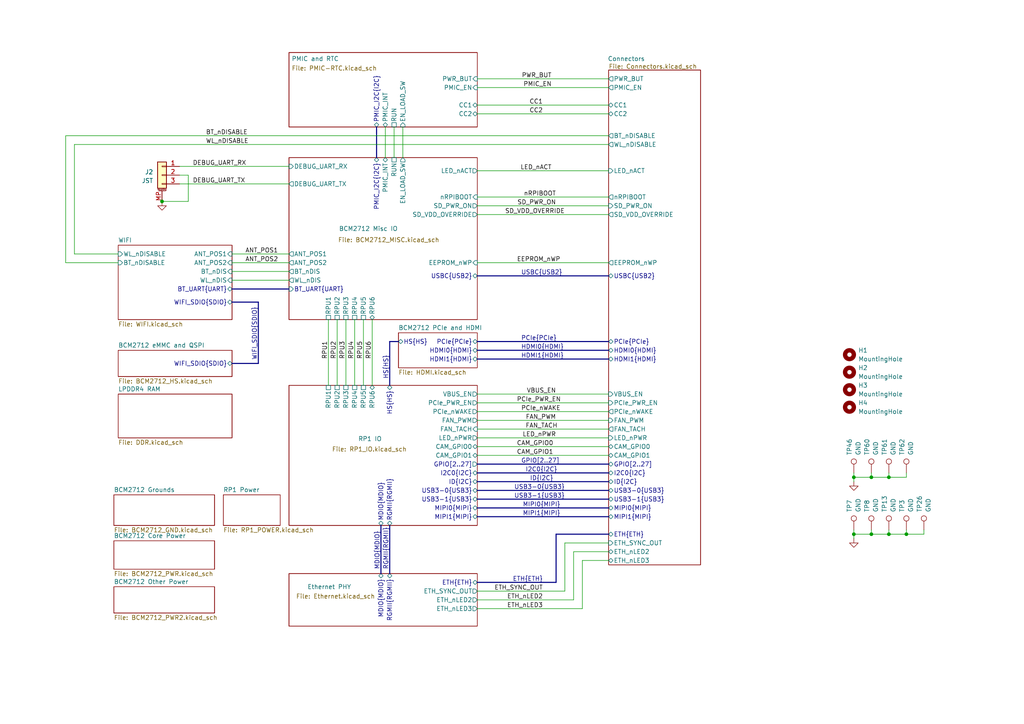
<source format=kicad_sch>
(kicad_sch (version 20250114) (generator "eeschema") (generator_version "9.0")
  (paper "A4")
  (title_block (title "RPi CM5 Top Level") (rev "1") (comment 2 "Guaranteed to be inaccurate") (comment 3 "License: CC BY-SA 4.0 (https://creativecommons.org/licenses/by-sa/4.0/)") (comment 4 "Reverse engineered by Tube Time"))
  (lib_symbols
    (symbol "Connector:TestPoint" (pin_numbers (hide yes)) (pin_names (offset 0.762) (hide yes))
      (property "Reference" "TP" (at 0 6.858 0))
      (property "Value" "TestPoint" (at 0 5.08 0))
      (symbol "TestPoint_0_1"
        (circle (center 0 3.302) (radius 0.762))
      )
      (symbol "TestPoint_1_1"
        (pin passive line (at 0 0 90) (length 2.54) (name "1") (number "1"))
      )
    )
    (symbol "Connector_Generic_MountingPin:Conn_01x03_MountingPin" (pin_names (offset 1.016) (hide yes))
      (property "Reference" "J" (at 0 5.08 0))
      (property "Value" "Conn_01x03_MountingPin" (at 1.27 -5.08 0))
      (symbol "Conn_01x03_MountingPin_1_1"
        (rectangle (start -1.27 3.81) (end 1.27 -3.81) (stroke (width 0.254)) (fill (type background)))
        (rectangle (start -1.27 2.667) (end 0 2.413) (stroke (width 0.1524)))
        (rectangle (start -1.27 0.127) (end 0 -0.127) (stroke (width 0.1524)))
        (rectangle (start -1.27 -2.413) (end 0 -2.667) (stroke (width 0.1524)))
        (polyline (pts (xy -1.016 -4.572) (xy 1.016 -4.572)) (stroke (width 0.1524)))
        (text "Mounting" (at 0 -4.191 0) (effects (font (size 0.381 0.381))))
        (pin passive line (at -5.08 2.54 0) (length 3.81) (name "Pin_1") (number "1"))
        (pin passive line (at -5.08 0 0) (length 3.81) (name "Pin_2") (number "2"))
        (pin passive line (at -5.08 -2.54 0) (length 3.81) (name "Pin_3") (number "3"))
        (pin passive line (at 0 -7.62 90) (length 3.048) (name "MountPin") (number "MP"))
      )
    )
    (symbol "Mechanical:MountingHole" (pin_names (offset 1.016)) (in_bom no)
      (property "Reference" "H" (at 0 5.08 0))
      (property "Value" "MountingHole" (at 0 3.175 0))
      (symbol "MountingHole_0_1"
        (circle (center 0 0) (radius 1.27) (stroke (width 1.27)))
      )
    )
    (symbol "power:GND" (power) (pin_numbers (hide yes)) (pin_names (offset 0) (hide yes))
      (property "Value" "GND" (at 0 -3.81 0))
      (symbol "GND_0_1"
        (polyline (pts (xy 0 0) (xy 0 -1.27) (xy 1.27 -1.27) (xy 0 -2.54) (xy -1.27 -1.27) (xy 0 -1.27)))
      )
      (symbol "GND_1_1"
        (pin power_in line (at 0 0 270) (length 0) (name "~") (number "1"))
      )
    )
  )
  (bus_alias "ETH" (members "0_P" "0_N" "1_P" "1_N" "2_P" "2_N" "3_P" "3_N"))
  (bus_alias "I2C" (members "SDA" "SCL"))
  (bus_alias "MIPI" (members "C_P" "C_N" "D0_P" "D0_N" "D1_P" "D1_N" "D2_P" "D2_N" "D3_P" "D3_N"))
  (bus_alias "USB2" (members "DP" "DM" "OTG_ID"))
  (junction (at 252.73 154.94))
  (junction (at 247.65 138.43))
  (junction (at 257.81 154.94))
  (junction (at 262.89 154.94))
  (junction (at 257.81 138.43))
  (junction (at 46.99 58.42))
  (junction (at 247.65 154.94))
  (junction (at 252.73 138.43))
  (wire (pts (xy 54.61 58.42) (xy 46.99 58.42)))
  (wire (pts (xy 138.43 176.53) (xy 168.91 176.53)))
  (wire (pts (xy 267.97 154.94) (xy 267.97 153.67)))
  (wire (pts (xy 138.43 49.53) (xy 176.53 49.53)))
  (wire (pts (xy 19.05 39.37) (xy 19.05 76.2)))
  (bus (pts (xy 74.93 105.41) (xy 67.31 105.41)))
  (wire (pts (xy 262.89 138.43) (xy 262.89 137.16)))
  (wire (pts (xy 19.05 76.2) (xy 34.29 76.2)))
  (wire (pts (xy 166.37 160.02) (xy 166.37 173.99)))
  (wire (pts (xy 247.65 154.94) (xy 247.65 156.21)))
  (bus (pts (xy 138.43 134.62) (xy 176.53 134.62)))
  (bus (pts (xy 138.43 149.86) (xy 176.53 149.86)))
  (wire (pts (xy 168.91 162.56) (xy 168.91 176.53)))
  (wire (pts (xy 95.25 92.71) (xy 95.25 111.76)))
  (bus (pts (xy 138.43 104.14) (xy 176.53 104.14)))
  (wire (pts (xy 138.43 33.02) (xy 176.53 33.02)))
  (wire (pts (xy 97.79 92.71) (xy 97.79 111.76)))
  (bus (pts (xy 74.93 87.63) (xy 74.93 105.41)))
  (wire (pts (xy 67.31 81.28) (xy 83.82 81.28)))
  (wire (pts (xy 176.53 157.48) (xy 163.83 157.48)))
  (bus (pts (xy 110.49 152.4) (xy 110.49 166.37)))
  (bus (pts (xy 113.03 152.4) (xy 113.03 166.37)))
  (wire (pts (xy 54.61 50.8) (xy 54.61 58.42)))
  (wire (pts (xy 138.43 22.86) (xy 176.53 22.86)))
  (wire (pts (xy 138.43 127) (xy 176.53 127)))
  (bus (pts (xy 138.43 137.16) (xy 176.53 137.16)))
  (wire (pts (xy 138.43 132.08) (xy 176.53 132.08)))
  (wire (pts (xy 176.53 39.37) (xy 19.05 39.37)))
  (wire (pts (xy 138.43 25.4) (xy 176.53 25.4)))
  (wire (pts (xy 52.07 53.34) (xy 83.82 53.34)))
  (wire (pts (xy 138.43 114.3) (xy 176.53 114.3)))
  (wire (pts (xy 247.65 138.43) (xy 247.65 139.7)))
  (bus (pts (xy 138.43 147.32) (xy 176.53 147.32)))
  (bus (pts (xy 113.03 99.06) (xy 115.57 99.06)))
  (wire (pts (xy 100.33 92.71) (xy 100.33 111.76)))
  (wire (pts (xy 34.29 73.66) (xy 21.59 73.66)))
  (wire (pts (xy 252.73 138.43) (xy 252.73 137.16)))
  (bus (pts (xy 138.43 139.7) (xy 176.53 139.7)))
  (wire (pts (xy 252.73 154.94) (xy 247.65 154.94)))
  (wire (pts (xy 262.89 154.94) (xy 262.89 153.67)))
  (wire (pts (xy 52.07 48.26) (xy 83.82 48.26)))
  (bus (pts (xy 113.03 99.06) (xy 113.03 111.76)))
  (wire (pts (xy 176.53 41.91) (xy 21.59 41.91)))
  (wire (pts (xy 252.73 154.94) (xy 252.73 153.67)))
  (bus (pts (xy 67.31 87.63) (xy 74.93 87.63)))
  (bus (pts (xy 138.43 99.06) (xy 176.53 99.06)))
  (wire (pts (xy 176.53 162.56) (xy 168.91 162.56)))
  (wire (pts (xy 257.81 138.43) (xy 252.73 138.43)))
  (bus (pts (xy 138.43 144.78) (xy 176.53 144.78)))
  (bus (pts (xy 138.43 168.91) (xy 161.29 168.91)))
  (wire (pts (xy 138.43 129.54) (xy 176.53 129.54)))
  (wire (pts (xy 176.53 160.02) (xy 166.37 160.02)))
  (wire (pts (xy 138.43 59.69) (xy 176.53 59.69)))
  (wire (pts (xy 247.65 138.43) (xy 247.65 137.16)))
  (wire (pts (xy 138.43 57.15) (xy 176.53 57.15)))
  (wire (pts (xy 83.82 73.66) (xy 67.31 73.66)))
  (wire (pts (xy 252.73 138.43) (xy 247.65 138.43)))
  (wire (pts (xy 21.59 41.91) (xy 21.59 73.66)))
  (bus (pts (xy 161.29 154.94) (xy 161.29 168.91)))
  (wire (pts (xy 107.95 92.71) (xy 107.95 111.76)))
  (wire (pts (xy 138.43 121.92) (xy 176.53 121.92)))
  (bus (pts (xy 109.22 36.83) (xy 109.22 45.72)))
  (wire (pts (xy 262.89 154.94) (xy 257.81 154.94)))
  (wire (pts (xy 257.81 138.43) (xy 257.81 137.16)))
  (bus (pts (xy 138.43 101.6) (xy 176.53 101.6)))
  (bus (pts (xy 138.43 142.24) (xy 176.53 142.24)))
  (bus (pts (xy 138.43 80.01) (xy 176.53 80.01)))
  (wire (pts (xy 67.31 78.74) (xy 83.82 78.74)))
  (bus (pts (xy 176.53 154.94) (xy 161.29 154.94)))
  (wire (pts (xy 138.43 30.48) (xy 176.53 30.48)))
  (wire (pts (xy 138.43 76.2) (xy 176.53 76.2)))
  (wire (pts (xy 138.43 171.45) (xy 163.83 171.45)))
  (wire (pts (xy 247.65 154.94) (xy 247.65 153.67)))
  (wire (pts (xy 111.76 36.83) (xy 111.76 45.72)))
  (wire (pts (xy 138.43 119.38) (xy 176.53 119.38)))
  (wire (pts (xy 138.43 173.99) (xy 166.37 173.99)))
  (wire (pts (xy 267.97 154.94) (xy 262.89 154.94)))
  (wire (pts (xy 262.89 138.43) (xy 257.81 138.43)))
  (wire (pts (xy 138.43 116.84) (xy 176.53 116.84)))
  (wire (pts (xy 105.41 92.71) (xy 105.41 111.76)))
  (wire (pts (xy 83.82 76.2) (xy 67.31 76.2)))
  (wire (pts (xy 163.83 157.48) (xy 163.83 171.45)))
  (wire (pts (xy 138.43 124.46) (xy 176.53 124.46)))
  (wire (pts (xy 138.43 62.23) (xy 176.53 62.23)))
  (wire (pts (xy 116.84 36.83) (xy 116.84 45.72)))
  (wire (pts (xy 102.87 92.71) (xy 102.87 111.76)))
  (wire (pts (xy 257.81 154.94) (xy 252.73 154.94)))
  (wire (pts (xy 52.07 50.8) (xy 54.61 50.8)))
  (wire (pts (xy 257.81 154.94) (xy 257.81 153.67)))
  (wire (pts (xy 114.3 36.83) (xy 114.3 45.72)))
  (bus (pts (xy 67.31 83.82) (xy 83.82 83.82)))
  (label "RPU2" (at 97.79 104.14 90))
  (label "USB3-0{USB3}" (at 163.83 142.24 180))
  (label "PCIe_nWAKE" (at 151.13 119.38 0))
  (label "PCIe_PWR_EN" (at 149.86 116.84 0))
  (label "I2C0{I2C}" (at 152.4 137.16 0))
  (label "FAN_PWM" (at 161.29 121.92 180))
  (label "MIPI0{MIPI}" (at 162.56 147.32 180))
  (label "MIPI1{MIPI}" (at 162.56 149.86 180))
  (label "HS{HS}" (at 113.03 102.87 270))
  (label "RPU6" (at 107.95 104.14 90))
  (label "PMIC_EN" (at 160.02 25.4 180))
  (label "LED_nPWR" (at 161.29 127 180))
  (label "FAN_TACH" (at 152.4 124.46 0))
  (label "nRPIBOOT" (at 161.29 57.15 180))
  (label "GPIO[2..27]" (at 151.13 134.62 0))
  (label "ETH_SYNC_OUT" (at 157.48 171.45 180))
  (label "CC2" (at 157.48 33.02 180))
  (label "DEBUG_UART_RX" (at 55.88 48.26 0))
  (label "EEPROM_nWP" (at 162.56 76.2 180))
  (label "CAM_GPIO0" (at 149.86 129.54 0))
  (label "CAM_GPIO1" (at 149.86 132.08 0))
  (label "WL_nDISABLE" (at 59.69 41.91 0))
  (label "ETH_nLED2" (at 157.48 173.99 180))
  (label "PWR_BUT" (at 160.02 22.86 180))
  (label "ANT_POS1" (at 71.12 73.66 0))
  (label "RPU5" (at 105.41 104.14 90))
  (label "USBC{USB2}" (at 151.13 80.01 0))
  (label "RPU1" (at 95.25 104.14 90))
  (label "SD_VDD_OVERRIDE" (at 163.83 62.23 180))
  (label "HDMI0{HDMI}" (at 151.13 101.6 0))
  (label "RPU4" (at 102.87 104.14 90))
  (label "RGMII{RGMII}" (at 113.03 165.1 90))
  (label "ETH{ETH}" (at 157.48 168.91 180))
  (label "ID{I2C}" (at 153.67 139.7 0))
  (label "USB3-1{USB3}" (at 163.83 144.78 180))
  (label "PCIe{PCIe}" (at 151.13 99.06 0))
  (label "RPU3" (at 100.33 104.14 90))
  (label "WIFI_SDIO{SDIO}" (at 74.93 88.9 270))
  (label "SD_PWR_ON" (at 161.29 59.69 180))
  (label "DEBUG_UART_TX" (at 55.88 53.34 0))
  (label "HDMI1{HDMI}" (at 151.13 104.14 0))
  (label "LED_nACT" (at 160.02 49.53 180))
  (label "VBUS_EN" (at 161.29 114.3 180))
  (label "MDIO{MDIO}" (at 110.49 165.1 90))
  (label "ETH_nLED3" (at 157.48 176.53 180))
  (label "CC1" (at 157.48 30.48 180))
  (label "BT_nDISABLE" (at 59.69 39.37 0))
  (label "ANT_POS2" (at 71.12 76.2 0))
  (symbol (lib_id "Mechanical:MountingHole") (at 246.38 118.11 0) (unit 1) (in_bom no)
    (property "Reference" "H4" (at 248.92 116.8399 0) (effects (justify left)))
    (property "Value" "MountingHole" (at 248.92 119.3799 0) (effects (justify left)))
    (property "Footprint" "Conn:CM5_MH" (effects (hide yes)))
    (property "Description" "Mounting Hole without connection" (effects (hide yes)))
  )
  (symbol (lib_id "power:GND") (at 247.65 139.7 0) (unit 1)
    (property "Reference" "#PWR09" (effects (hide yes)))
    (property "Value" "GND" (effects (hide yes)))
    (property "Description" "Power symbol creates a global label with name \"GND\" , ground" (effects (hide yes)))
  )
  (symbol (lib_id "Mechanical:MountingHole") (at 246.38 113.03 0) (unit 1) (in_bom no)
    (property "Reference" "H3" (at 248.92 111.7599 0) (effects (justify left)))
    (property "Value" "MountingHole" (at 248.92 114.2999 0) (effects (justify left)))
    (property "Footprint" "Conn:CM5_MH" (effects (hide yes)))
    (property "Description" "Mounting Hole without connection" (effects (hide yes)))
  )
  (symbol (lib_id "Connector:TestPoint") (at 257.81 137.16 0) (unit 1) (in_bom no)
    (property "Reference" "TP61" (at 256.5399 132.08 90) (effects (justify left)))
    (property "Value" "GND" (at 259.0799 132.08 90) (effects (justify left)))
    (property "Footprint" "TestPoint:TestPoint_Pad_D1.0mm" (effects (hide yes)))
  )
  (symbol (lib_id "Connector:TestPoint") (at 267.97 153.67 0) (unit 1) (in_bom no)
    (property "Reference" "TP26" (at 266.6999 148.59 90) (effects (justify left)))
    (property "Value" "GND" (at 269.2399 148.59 90) (effects (justify left)))
    (property "Footprint" "TestPoint:TestPoint_Pad_D1.0mm" (effects (hide yes)))
  )
  (symbol (lib_id "Mechanical:MountingHole") (at 246.38 107.95 0) (unit 1) (in_bom no)
    (property "Reference" "H2" (at 248.92 106.6799 0) (effects (justify left)))
    (property "Value" "MountingHole" (at 248.92 109.2199 0) (effects (justify left)))
    (property "Footprint" "Conn:CM5_MH" (effects (hide yes)))
    (property "Description" "Mounting Hole without connection" (effects (hide yes)))
  )
  (symbol (lib_id "Connector:TestPoint") (at 247.65 137.16 0) (unit 1) (in_bom no)
    (property "Reference" "TP46" (at 246.3799 132.08 90) (effects (justify left)))
    (property "Value" "GND" (at 248.9199 132.08 90) (effects (justify left)))
    (property "Footprint" "TestPoint:TestPoint_Pad_D1.0mm" (effects (hide yes)))
  )
  (symbol (lib_id "power:GND") (at 46.99 58.42 0) (mirror y) (unit 1)
    (property "Reference" "#PWR047" (effects (hide yes)))
    (property "Value" "GND" (effects (hide yes)))
    (property "Description" "Power symbol creates a global label with name \"GND\" , ground" (effects (hide yes)))
  )
  (symbol (lib_id "Connector:TestPoint") (at 252.73 137.16 0) (unit 1) (in_bom no)
    (property "Reference" "TP60" (at 251.4599 132.08 90) (effects (justify left)))
    (property "Value" "GND" (at 253.9999 132.08 90) (effects (justify left)))
    (property "Footprint" "TestPoint:TestPoint_Pad_D1.0mm" (effects (hide yes)))
  )
  (symbol (lib_id "Connector:TestPoint") (at 262.89 137.16 0) (unit 1) (in_bom no)
    (property "Reference" "TP62" (at 261.6199 132.08 90) (effects (justify left)))
    (property "Value" "GND" (at 264.1599 132.08 90) (effects (justify left)))
    (property "Footprint" "TestPoint:TestPoint_Pad_D1.0mm" (effects (hide yes)))
  )
  (symbol (lib_id "Connector:TestPoint") (at 257.81 153.67 0) (unit 1) (in_bom no)
    (property "Reference" "TP13" (at 256.5399 148.59 90) (effects (justify left)))
    (property "Value" "GND" (at 259.0799 148.59 90) (effects (justify left)))
    (property "Footprint" "TestPoint:TestPoint_Pad_D1.0mm" (effects (hide yes)))
  )
  (symbol (lib_id "Connector_Generic_MountingPin:Conn_01x03_MountingPin") (at 46.99 50.8 0) (mirror y) (unit 1)
    (property "Reference" "J2" (at 44.45 49.8855 0) (effects (justify left)))
    (property "Value" "JST" (at 44.45 52.4255 0) (effects (justify left)))
    (property "Footprint" "Connector_JST:JST_SH_BM03B-SRSS-TB_1x03-1MP_P1.00mm_Vertical" (effects (hide yes)))
    (property "Description" "Generic connectable mounting pin connector, single row, 01x03, script generated (kicad-library-utils/schlib/autogen/connector/)" (effects (hide yes)))
  )
  (symbol (lib_id "power:GND") (at 247.65 156.21 0) (unit 1)
    (property "Reference" "#PWR07" (effects (hide yes)))
    (property "Value" "GND" (effects (hide yes)))
    (property "Description" "Power symbol creates a global label with name \"GND\" , ground" (effects (hide yes)))
  )
  (symbol (lib_id "Connector:TestPoint") (at 262.89 153.67 0) (unit 1) (in_bom no)
    (property "Reference" "TP3" (at 261.6199 148.59 90) (effects (justify left)))
    (property "Value" "GND" (at 264.1599 148.59 90) (effects (justify left)))
    (property "Footprint" "TestPoint:TestPoint_Pad_D1.0mm" (effects (hide yes)))
  )
  (symbol (lib_id "Connector:TestPoint") (at 252.73 153.67 0) (unit 1) (in_bom no)
    (property "Reference" "TP8" (at 251.4599 148.59 90) (effects (justify left)))
    (property "Value" "GND" (at 253.9999 148.59 90) (effects (justify left)))
    (property "Footprint" "TestPoint:TestPoint_Pad_D1.0mm" (effects (hide yes)))
  )
  (symbol (lib_id "Connector:TestPoint") (at 247.65 153.67 0) (unit 1) (in_bom no)
    (property "Reference" "TP7" (at 246.3799 148.59 90) (effects (justify left)))
    (property "Value" "GND" (at 248.9199 148.59 90) (effects (justify left)))
    (property "Footprint" "TestPoint:TestPoint_Pad_D1.0mm" (effects (hide yes)))
  )
  (symbol (lib_id "Mechanical:MountingHole") (at 246.38 102.87 0) (unit 1) (in_bom no)
    (property "Reference" "H1" (at 248.92 101.5999 0) (effects (justify left)))
    (property "Value" "MountingHole" (at 248.92 104.1399 0) (effects (justify left)))
    (property "Footprint" "Conn:CM5_MH" (effects (hide yes)))
    (property "Description" "Mounting Hole without connection" (effects (hide yes)))
  )
  (sheet (at 176.53 20.32) (size 26.67 143.51) (stroke (width 0.1524))
    (property "Sheetname" "Connectors" (at 176.276 17.78 0) (effects (justify left bottom)))
    (property "Sheetfile" "Connectors.kicad_sch" (at 176.53 18.542 0) (effects (justify left top)))
    (pin "BT_nDISABLE" output (at 176.53 39.37 180))
    (pin "CAM_GPIO0" bidirectional (at 176.53 129.54 180))
    (pin "CAM_GPIO1" bidirectional (at 176.53 132.08 180))
    (pin "CC1" bidirectional (at 176.53 30.48 180))
    (pin "CC2" bidirectional (at 176.53 33.02 180))
    (pin "EEPROM_nWP" output (at 176.53 76.2 180))
    (pin "ETH_nLED2" bidirectional (at 176.53 160.02 180))
    (pin "ETH_nLED3" bidirectional (at 176.53 162.56 180))
    (pin "ETH_SYNC_OUT" input (at 176.53 157.48 180))
    (pin "ETH{ETH}" bidirectional (at 176.53 154.94 180))
    (pin "FAN_PWM" input (at 176.53 121.92 180))
    (pin "FAN_TACH" output (at 176.53 124.46 180))
    (pin "GPIO[2..27]" bidirectional (at 176.53 134.62 180))
    (pin "HDMI0{HDMI}" bidirectional (at 176.53 101.6 180))
    (pin "HDMI1{HDMI}" bidirectional (at 176.53 104.14 180))
    (pin "LED_nACT" input (at 176.53 49.53 180))
    (pin "LED_nPWR" input (at 176.53 127 180))
    (pin "MIPI0{MIPI}" bidirectional (at 176.53 147.32 180))
    (pin "MIPI1{MIPI}" bidirectional (at 176.53 149.86 180))
    (pin "nRPIBOOT" output (at 176.53 57.15 180))
    (pin "PCIe_nWAKE" output (at 176.53 119.38 180))
    (pin "PCIe_PWR_EN" input (at 176.53 116.84 180))
    (pin "PCIe{PCIe}" bidirectional (at 176.53 99.06 180))
    (pin "PMIC_EN" output (at 176.53 25.4 180))
    (pin "PWR_BUT" output (at 176.53 22.86 180))
    (pin "SD_PWR_ON" input (at 176.53 59.69 180))
    (pin "SD_VDD_OVERRIDE" output (at 176.53 62.23 180))
    (pin "USB3-0{USB3}" bidirectional (at 176.53 142.24 180))
    (pin "USB3-1{USB3}" bidirectional (at 176.53 144.78 180))
    (pin "USBC{USB2}" bidirectional (at 176.53 80.01 180))
    (pin "VBUS_EN" input (at 176.53 114.3 180))
    (pin "WL_nDISABLE" output (at 176.53 41.91 180))
    (pin "I2C0{I2C}" bidirectional (at 176.53 137.16 180))
    (pin "ID{I2C}" bidirectional (at 176.53 139.7 180))
  )
  (sheet (at 83.82 15.24) (size 54.61 21.59) (stroke (width 0.1524))
    (property "Sheetname" "PMIC and RTC" (at 84.582 17.78 0) (effects (justify left bottom)))
    (property "Sheetfile" "PMIC-RTC.kicad_sch" (at 84.582 19.05 0) (effects (justify left top)))
    (pin "EN_LOAD_SW" input (at 116.84 36.83 270))
    (pin "PMIC_INT" bidirectional (at 111.76 36.83 270))
    (pin "PWR_BUT" input (at 138.43 22.86 0))
    (pin "PMIC_EN" input (at 138.43 25.4 0))
    (pin "RUN" passive (at 114.3 36.83 270))
    (pin "CC1" bidirectional (at 138.43 30.48 0))
    (pin "CC2" bidirectional (at 138.43 33.02 0))
    (pin "PMIC_I2C{I2C}" bidirectional (at 109.22 36.83 270))
  )
  (sheet (at 33.02 170.18) (size 29.21 7.62) (stroke (width 0.1524))
    (property "Sheetname" "BCM2712 Other Power" (at 33.02 169.4684 0) (effects (justify left bottom)))
    (property "Sheetfile" "BCM2712_PWR2.kicad_sch" (at 33.02 178.3846 0) (effects (justify left top)))
  )
  (sheet (at 34.29 101.6) (size 33.02 7.62) (stroke (width 0.1524))
    (property "Sheetname" "BCM2712 eMMC and QSPI" (at 34.29 100.8884 0) (effects (justify left bottom)))
    (property "Sheetfile" "BCM2712_HS.kicad_sch" (at 34.29 109.8046 0) (effects (justify left top)))
    (pin "WIFI_SDIO{SDIO}" bidirectional (at 67.31 105.41 0))
  )
  (sheet (at 33.02 156.845) (size 29.21 8.255) (stroke (width 0.1524))
    (property "Sheetname" "BCM2712 Core Power" (at 33.02 156.1334 0) (effects (justify left bottom)))
    (property "Sheetfile" "BCM2712_PWR.kicad_sch" (at 33.02 165.6846 0) (effects (justify left top)))
  )
  (sheet (at 33.02 143.51) (size 29.21 8.89) (stroke (width 0.1524))
    (property "Sheetname" "BCM2712 Grounds" (at 33.02 142.7984 0) (effects (justify left bottom)))
    (property "Sheetfile" "BCM2712_GND.kicad_sch" (at 33.02 152.9846 0) (effects (justify left top)))
  )
  (sheet (at 64.77 143.51) (size 16.51 8.89) (stroke (width 0.1524))
    (property "Sheetname" "RP1 Power" (at 64.77 142.7984 0) (effects (justify left bottom)))
    (property "Sheetfile" "RP1_POWER.kicad_sch" (at 64.77 152.9846 0) (effects (justify left top)))
  )
  (sheet (at 83.82 166.37) (size 54.61 15.24) (stroke (width 0.1524))
    (property "Sheetname" "Ethernet PHY" (at 89.154 170.942 0) (effects (justify left bottom)))
    (property "Sheetfile" "Ethernet.kicad_sch" (at 85.852 172.212 0) (effects (justify left top)))
    (pin "ETH{ETH}" bidirectional (at 138.43 168.91 0))
    (pin "ETH_SYNC_OUT" output (at 138.43 171.45 0))
    (pin "ETH_nLED2" output (at 138.43 173.99 0))
    (pin "ETH_nLED3" output (at 138.43 176.53 0))
    (pin "MDIO{MDIO}" bidirectional (at 110.49 166.37 90))
    (pin "RGMII{RGMII}" bidirectional (at 113.03 166.37 90))
  )
  (sheet (at 34.29 71.12) (size 33.02 21.59) (stroke (width 0.1524))
    (property "Sheetname" "WIFI" (at 34.29 70.4084 0) (effects (justify left bottom)))
    (property "Sheetfile" "WIFI.kicad_sch" (at 34.29 93.2946 0) (effects (justify left top)))
    (pin "BT_nDISABLE" input (at 34.29 76.2 180))
    (pin "BT_nDIS" input (at 67.31 78.74 0))
    (pin "WL_nDIS" input (at 67.31 81.28 0))
    (pin "WL_nDISABLE" input (at 34.29 73.66 180))
    (pin "WIFI_SDIO{SDIO}" bidirectional (at 67.31 87.63 0))
    (pin "BT_UART{UART}" bidirectional (at 67.31 83.82 0))
    (pin "ANT_POS1" input (at 67.31 73.66 0))
    (pin "ANT_POS2" input (at 67.31 76.2 0))
  )
  (sheet (at 83.82 111.76) (size 54.61 40.64) (stroke (width 0.1524))
    (property "Sheetname" "RP1 IO" (at 103.886 128.016 0) (effects (justify left bottom)))
    (property "Sheetfile" "RP1_IO.kicad_sch" (at 96.266 129.54 0) (effects (justify left top)))
    (pin "LED_nPWR" output (at 138.43 127 0))
    (pin "HS{HS}" bidirectional (at 113.03 111.76 90))
    (pin "USB3-0{USB3}" bidirectional (at 138.43 142.24 0))
    (pin "USB3-1{USB3}" bidirectional (at 138.43 144.78 0))
    (pin "MIPI0{MIPI}" bidirectional (at 138.43 147.32 0))
    (pin "FAN_PWM" output (at 138.43 121.92 0))
    (pin "CAM_GPIO1" bidirectional (at 138.43 132.08 0))
    (pin "RPU6" bidirectional (at 107.95 111.76 90))
    (pin "GPIO[2..27]" output (at 138.43 134.62 0))
    (pin "MIPI1{MIPI}" bidirectional (at 138.43 149.86 0))
    (pin "PCIe_PWR_EN" output (at 138.43 116.84 0))
    (pin "RPU1" passive (at 95.25 111.76 90))
    (pin "RPU2" passive (at 97.79 111.76 90))
    (pin "RPU3" passive (at 100.33 111.76 90))
    (pin "RPU4" passive (at 102.87 111.76 90))
    (pin "FAN_TACH" input (at 138.43 124.46 0))
    (pin "RPU5" passive (at 105.41 111.76 90))
    (pin "CAM_GPIO0" bidirectional (at 138.43 129.54 0))
    (pin "VBUS_EN" output (at 138.43 114.3 0))
    (pin "PCIe_nWAKE" output (at 138.43 119.38 0))
    (pin "I2C0{I2C}" bidirectional (at 138.43 137.16 0))
    (pin "ID{I2C}" bidirectional (at 138.43 139.7 0))
    (pin "MDIO{MDIO}" bidirectional (at 110.49 152.4 270))
    (pin "RGMII{RGMII}" bidirectional (at 113.03 152.4 270))
  )
  (sheet (at 83.82 45.72) (size 54.61 46.99) (stroke (width 0.1524))
    (property "Sheetname" "BCM2712 Misc IO" (at 98.298 67.056 0) (effects (justify left bottom)))
    (property "Sheetfile" "BCM2712_MISC.kicad_sch" (at 98.044 68.834 0) (effects (justify left top)))
    (pin "EN_LOAD_SW" output (at 116.84 45.72 90))
    (pin "LED_nACT" output (at 138.43 49.53 0))
    (pin "PMIC_INT" bidirectional (at 111.76 45.72 90))
    (pin "nRPIBOOT" input (at 138.43 57.15 0))
    (pin "DEBUG_UART_RX" input (at 83.82 48.26 180))
    (pin "DEBUG_UART_TX" output (at 83.82 53.34 180))
    (pin "SD_PWR_ON" output (at 138.43 59.69 0))
    (pin "SD_VDD_OVERRIDE" output (at 138.43 62.23 0))
    (pin "BT_nDIS" output (at 83.82 78.74 180))
    (pin "WL_nDIS" output (at 83.82 81.28 180))
    (pin "BT_UART{UART}" input (at 83.82 83.82 180))
    (pin "RUN" passive (at 114.3 45.72 90))
    (pin "ANT_POS1" output (at 83.82 73.66 180))
    (pin "ANT_POS2" output (at 83.82 76.2 180))
    (pin "RPU6" bidirectional (at 107.95 92.71 270))
    (pin "RPU1" passive (at 95.25 92.71 270))
    (pin "RPU2" passive (at 97.79 92.71 270))
    (pin "RPU3" passive (at 100.33 92.71 270))
    (pin "RPU4" passive (at 102.87 92.71 270))
    (pin "RPU5" passive (at 105.41 92.71 270))
    (pin "EEPROM_nWP" input (at 138.43 76.2 0))
    (pin "PMIC_I2C{I2C}" bidirectional (at 109.22 45.72 90))
    (pin "USBC{USB2}" bidirectional (at 138.43 80.01 0))
  )
  (sheet (at 34.29 114.3) (size 33.02 12.7) (stroke (width 0.1524))
    (property "Sheetname" "LPDDR4 RAM" (at 34.29 113.5884 0) (effects (justify left bottom)))
    (property "Sheetfile" "DDR.kicad_sch" (at 34.29 127.5846 0) (effects (justify left top)))
  )
  (sheet (at 115.57 96.52) (size 22.86 10.16) (stroke (width 0.1524))
    (property "Sheetname" "BCM2712 PCIe and HDMI" (at 115.57 95.8084 0) (effects (justify left bottom)))
    (property "Sheetfile" "HDMI.kicad_sch" (at 115.57 107.2646 0) (effects (justify left top)))
    (pin "HDMI0{HDMI}" bidirectional (at 138.43 101.6 0))
    (pin "HDMI1{HDMI}" bidirectional (at 138.43 104.14 0))
    (pin "HS{HS}" bidirectional (at 115.57 99.06 180))
    (pin "PCIe{PCIe}" bidirectional (at 138.43 99.06 0))
  )
)
</source>
